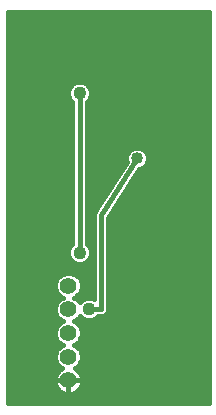
<source format=gbl>
G75*
G70*
%OFA0B0*%
%FSLAX24Y24*%
%IPPOS*%
%LPD*%
%AMOC8*
5,1,8,0,0,1.08239X$1,22.5*
%
%ADD10C,0.0555*%
%ADD11C,0.0160*%
%ADD12C,0.0436*%
%ADD13C,0.0400*%
D10*
X002959Y001105D03*
X002959Y001893D03*
X002959Y002680D03*
X002959Y003467D03*
X002959Y004255D03*
D11*
X000930Y000360D02*
X000930Y013396D01*
X007640Y013396D01*
X007640Y000360D01*
X000930Y000360D01*
X000930Y000447D02*
X007640Y000447D01*
X007640Y000605D02*
X000930Y000605D01*
X000930Y000764D02*
X002653Y000764D01*
X002661Y000756D02*
X002719Y000714D01*
X002783Y000681D01*
X002852Y000659D01*
X002923Y000648D01*
X002959Y000648D01*
X002995Y000648D01*
X003066Y000659D01*
X003134Y000681D01*
X003198Y000714D01*
X003257Y000756D01*
X003308Y000807D01*
X003350Y000865D01*
X003383Y000930D01*
X003405Y000998D01*
X003416Y001069D01*
X003416Y001105D01*
X002959Y001105D01*
X002959Y001105D01*
X002959Y000648D01*
X002959Y001105D01*
X002959Y001105D01*
X003416Y001105D01*
X003416Y001141D01*
X003405Y001212D01*
X003383Y001281D01*
X003350Y001345D01*
X003308Y001403D01*
X003257Y001454D01*
X003198Y001496D01*
X003175Y001509D01*
X003206Y001522D01*
X003330Y001645D01*
X003396Y001806D01*
X003396Y001980D01*
X003330Y002140D01*
X003206Y002263D01*
X003151Y002286D01*
X003206Y002309D01*
X003330Y002432D01*
X003396Y002593D01*
X003396Y002767D01*
X003330Y002928D01*
X003206Y003051D01*
X003151Y003074D01*
X003206Y003097D01*
X003330Y003220D01*
X003343Y003252D01*
X003436Y003159D01*
X003575Y003102D01*
X003725Y003102D01*
X003864Y003159D01*
X003945Y003240D01*
X004098Y003240D01*
X004186Y003277D01*
X004253Y003344D01*
X004290Y003432D01*
X004290Y006531D01*
X005306Y008140D01*
X005322Y008140D01*
X005454Y008195D01*
X005555Y008296D01*
X005610Y008428D01*
X005610Y008572D01*
X005555Y008704D01*
X005454Y008805D01*
X005322Y008860D01*
X005178Y008860D01*
X005046Y008805D01*
X004945Y008704D01*
X004890Y008572D01*
X004890Y008428D01*
X004902Y008399D01*
X003861Y006751D01*
X003847Y006736D01*
X003836Y006711D01*
X003822Y006688D01*
X003818Y006667D01*
X003810Y006648D01*
X003810Y006621D01*
X003805Y006594D01*
X003810Y006573D01*
X003810Y003823D01*
X003725Y003858D01*
X003575Y003858D01*
X003436Y003801D01*
X003336Y003700D01*
X003330Y003715D01*
X003206Y003838D01*
X003151Y003861D01*
X003206Y003884D01*
X003330Y004007D01*
X003396Y004168D01*
X003396Y004342D01*
X003330Y004503D01*
X003206Y004626D01*
X003046Y004692D01*
X002872Y004692D01*
X002711Y004626D01*
X002588Y004503D01*
X002521Y004342D01*
X002521Y004168D01*
X002588Y004007D01*
X002711Y003884D01*
X002766Y003861D01*
X002711Y003838D01*
X002588Y003715D01*
X002521Y003554D01*
X002521Y003380D01*
X002588Y003220D01*
X002711Y003097D01*
X002766Y003074D01*
X002711Y003051D01*
X002588Y002928D01*
X002521Y002767D01*
X002521Y002593D01*
X002588Y002432D01*
X002711Y002309D01*
X002766Y002286D01*
X002711Y002263D01*
X002588Y002140D01*
X002521Y001980D01*
X002521Y001806D01*
X002588Y001645D01*
X002711Y001522D01*
X002743Y001509D01*
X002719Y001496D01*
X002661Y001454D01*
X002610Y001403D01*
X002567Y001345D01*
X002535Y001281D01*
X002512Y001212D01*
X002501Y001141D01*
X002501Y001105D01*
X002501Y001069D01*
X002512Y000998D01*
X002535Y000930D01*
X002567Y000865D01*
X002610Y000807D01*
X002661Y000756D01*
X002539Y000922D02*
X000930Y000922D01*
X000930Y001081D02*
X002501Y001081D01*
X002501Y001105D02*
X002959Y001105D01*
X002959Y001105D01*
X002501Y001105D01*
X002521Y001239D02*
X000930Y001239D01*
X000930Y001398D02*
X002606Y001398D01*
X002677Y001556D02*
X000930Y001556D01*
X000930Y001715D02*
X002559Y001715D01*
X002521Y001873D02*
X000930Y001873D01*
X000930Y002032D02*
X002543Y002032D01*
X002637Y002190D02*
X000930Y002190D01*
X000930Y002349D02*
X002671Y002349D01*
X002557Y002507D02*
X000930Y002507D01*
X000930Y002666D02*
X002521Y002666D01*
X002545Y002824D02*
X000930Y002824D01*
X000930Y002983D02*
X002642Y002983D01*
X002666Y003141D02*
X000930Y003141D01*
X000930Y003300D02*
X002555Y003300D01*
X002521Y003458D02*
X000930Y003458D01*
X000930Y003617D02*
X002547Y003617D01*
X002648Y003775D02*
X000930Y003775D01*
X000930Y003934D02*
X002661Y003934D01*
X002553Y004092D02*
X000930Y004092D01*
X000930Y004251D02*
X002521Y004251D01*
X002549Y004409D02*
X000930Y004409D01*
X000930Y004568D02*
X002653Y004568D01*
X003116Y005039D02*
X003009Y005146D01*
X002952Y005285D01*
X002952Y005435D01*
X003009Y005574D01*
X003090Y005655D01*
X003090Y010385D01*
X003009Y010466D01*
X002952Y010605D01*
X002952Y010755D01*
X003009Y010894D01*
X003116Y011001D01*
X003255Y011058D01*
X003405Y011058D01*
X003544Y011001D01*
X003651Y010894D01*
X003708Y010755D01*
X003708Y010605D01*
X003651Y010466D01*
X003570Y010385D01*
X003570Y005655D01*
X003651Y005574D01*
X003708Y005435D01*
X003708Y005285D01*
X003651Y005146D01*
X003544Y005039D01*
X003405Y004982D01*
X003255Y004982D01*
X003116Y005039D01*
X003112Y005043D02*
X000930Y005043D01*
X000930Y004885D02*
X003810Y004885D01*
X003810Y005043D02*
X003548Y005043D01*
X003674Y005202D02*
X003810Y005202D01*
X003810Y005360D02*
X003708Y005360D01*
X003674Y005519D02*
X003810Y005519D01*
X003810Y005677D02*
X003570Y005677D01*
X003570Y005836D02*
X003810Y005836D01*
X003810Y005994D02*
X003570Y005994D01*
X003570Y006153D02*
X003810Y006153D01*
X003810Y006311D02*
X003570Y006311D01*
X003570Y006470D02*
X003810Y006470D01*
X003810Y006628D02*
X003570Y006628D01*
X003570Y006787D02*
X003884Y006787D01*
X003984Y006945D02*
X003570Y006945D01*
X003570Y007104D02*
X004084Y007104D01*
X004184Y007262D02*
X003570Y007262D01*
X003570Y007421D02*
X004284Y007421D01*
X004384Y007579D02*
X003570Y007579D01*
X003570Y007738D02*
X004485Y007738D01*
X004585Y007896D02*
X003570Y007896D01*
X003570Y008055D02*
X004685Y008055D01*
X004785Y008213D02*
X003570Y008213D01*
X003570Y008372D02*
X004885Y008372D01*
X004890Y008530D02*
X003570Y008530D01*
X003570Y008689D02*
X004938Y008689D01*
X005147Y008847D02*
X003570Y008847D01*
X003570Y009006D02*
X007640Y009006D01*
X007640Y009164D02*
X003570Y009164D01*
X003570Y009323D02*
X007640Y009323D01*
X007640Y009481D02*
X003570Y009481D01*
X003570Y009640D02*
X007640Y009640D01*
X007640Y009798D02*
X003570Y009798D01*
X003570Y009957D02*
X007640Y009957D01*
X007640Y010115D02*
X003570Y010115D01*
X003570Y010274D02*
X007640Y010274D01*
X007640Y010432D02*
X003617Y010432D01*
X003702Y010591D02*
X007640Y010591D01*
X007640Y010749D02*
X003708Y010749D01*
X003637Y010908D02*
X007640Y010908D01*
X007640Y011066D02*
X000930Y011066D01*
X000930Y010908D02*
X003023Y010908D01*
X002952Y010749D02*
X000930Y010749D01*
X000930Y010591D02*
X002958Y010591D01*
X003043Y010432D02*
X000930Y010432D01*
X000930Y010274D02*
X003090Y010274D01*
X003090Y010115D02*
X000930Y010115D01*
X000930Y009957D02*
X003090Y009957D01*
X003090Y009798D02*
X000930Y009798D01*
X000930Y009640D02*
X003090Y009640D01*
X003090Y009481D02*
X000930Y009481D01*
X000930Y009323D02*
X003090Y009323D01*
X003090Y009164D02*
X000930Y009164D01*
X000930Y009006D02*
X003090Y009006D01*
X003090Y008847D02*
X000930Y008847D01*
X000930Y008689D02*
X003090Y008689D01*
X003090Y008530D02*
X000930Y008530D01*
X000930Y008372D02*
X003090Y008372D01*
X003090Y008213D02*
X000930Y008213D01*
X000930Y008055D02*
X003090Y008055D01*
X003090Y007896D02*
X000930Y007896D01*
X000930Y007738D02*
X003090Y007738D01*
X003090Y007579D02*
X000930Y007579D01*
X000930Y007421D02*
X003090Y007421D01*
X003090Y007262D02*
X000930Y007262D01*
X000930Y007104D02*
X003090Y007104D01*
X003090Y006945D02*
X000930Y006945D01*
X000930Y006787D02*
X003090Y006787D01*
X003090Y006628D02*
X000930Y006628D01*
X000930Y006470D02*
X003090Y006470D01*
X003090Y006311D02*
X000930Y006311D01*
X000930Y006153D02*
X003090Y006153D01*
X003090Y005994D02*
X000930Y005994D01*
X000930Y005836D02*
X003090Y005836D01*
X003090Y005677D02*
X000930Y005677D01*
X000930Y005519D02*
X002986Y005519D01*
X002952Y005360D02*
X000930Y005360D01*
X000930Y005202D02*
X002986Y005202D01*
X003330Y005360D02*
X003330Y010680D01*
X005152Y007896D02*
X007640Y007896D01*
X007640Y007738D02*
X005052Y007738D01*
X004952Y007579D02*
X007640Y007579D01*
X007640Y007421D02*
X004852Y007421D01*
X004752Y007262D02*
X007640Y007262D01*
X007640Y007104D02*
X004652Y007104D01*
X004552Y006945D02*
X007640Y006945D01*
X007640Y006787D02*
X004452Y006787D01*
X004352Y006628D02*
X007640Y006628D01*
X007640Y006470D02*
X004290Y006470D01*
X004290Y006311D02*
X007640Y006311D01*
X007640Y006153D02*
X004290Y006153D01*
X004290Y005994D02*
X007640Y005994D01*
X007640Y005836D02*
X004290Y005836D01*
X004290Y005677D02*
X007640Y005677D01*
X007640Y005519D02*
X004290Y005519D01*
X004290Y005360D02*
X007640Y005360D01*
X007640Y005202D02*
X004290Y005202D01*
X004290Y005043D02*
X007640Y005043D01*
X007640Y004885D02*
X004290Y004885D01*
X004290Y004726D02*
X007640Y004726D01*
X007640Y004568D02*
X004290Y004568D01*
X004290Y004409D02*
X007640Y004409D01*
X007640Y004251D02*
X004290Y004251D01*
X004290Y004092D02*
X007640Y004092D01*
X007640Y003934D02*
X004290Y003934D01*
X004290Y003775D02*
X007640Y003775D01*
X007640Y003617D02*
X004290Y003617D01*
X004290Y003458D02*
X007640Y003458D01*
X007640Y003300D02*
X004209Y003300D01*
X004050Y003480D02*
X003650Y003480D01*
X003820Y003141D02*
X007640Y003141D01*
X007640Y002983D02*
X003275Y002983D01*
X003251Y003141D02*
X003480Y003141D01*
X003373Y002824D02*
X007640Y002824D01*
X007640Y002666D02*
X003396Y002666D01*
X003361Y002507D02*
X007640Y002507D01*
X007640Y002349D02*
X003246Y002349D01*
X003280Y002190D02*
X007640Y002190D01*
X007640Y002032D02*
X003375Y002032D01*
X003396Y001873D02*
X007640Y001873D01*
X007640Y001715D02*
X003358Y001715D01*
X003241Y001556D02*
X007640Y001556D01*
X007640Y001398D02*
X003312Y001398D01*
X003396Y001239D02*
X007640Y001239D01*
X007640Y001081D02*
X003416Y001081D01*
X003379Y000922D02*
X007640Y000922D01*
X007640Y000764D02*
X003264Y000764D01*
X002959Y000764D02*
X002959Y000764D01*
X002959Y000922D02*
X002959Y000922D01*
X002959Y001081D02*
X002959Y001081D01*
X004050Y003480D02*
X004050Y006600D01*
X005250Y008500D01*
X005472Y008213D02*
X007640Y008213D01*
X007640Y008055D02*
X005253Y008055D01*
X005586Y008372D02*
X007640Y008372D01*
X007640Y008530D02*
X005610Y008530D01*
X005562Y008689D02*
X007640Y008689D01*
X007640Y008847D02*
X005353Y008847D01*
X007640Y011225D02*
X000930Y011225D01*
X000930Y011383D02*
X007640Y011383D01*
X007640Y011542D02*
X000930Y011542D01*
X000930Y011700D02*
X007640Y011700D01*
X007640Y011859D02*
X000930Y011859D01*
X000930Y012017D02*
X007640Y012017D01*
X007640Y012176D02*
X000930Y012176D01*
X000930Y012334D02*
X007640Y012334D01*
X007640Y012493D02*
X000930Y012493D01*
X000930Y012651D02*
X007640Y012651D01*
X007640Y012810D02*
X000930Y012810D01*
X000930Y012968D02*
X007640Y012968D01*
X007640Y013127D02*
X000930Y013127D01*
X000930Y013285D02*
X007640Y013285D01*
X003810Y004726D02*
X000930Y004726D01*
X003256Y003934D02*
X003810Y003934D01*
X003810Y004092D02*
X003365Y004092D01*
X003396Y004251D02*
X003810Y004251D01*
X003810Y004409D02*
X003368Y004409D01*
X003265Y004568D02*
X003810Y004568D01*
X003410Y003775D02*
X003270Y003775D01*
D12*
X003650Y003480D03*
X003330Y005360D03*
X003330Y010680D03*
X007150Y004180D03*
D13*
X005250Y008500D03*
M02*

</source>
